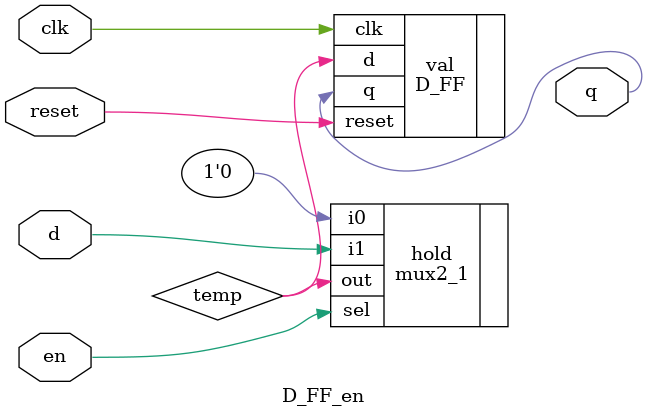
<source format=sv>
module D_FF_en (q, d, clk, reset, en);
	input logic d, clk, reset, en;
	output logic q;
	
	logic temp;
	mux2_1 hold (.out(temp), .i0(1'b0), .i1(d), .sel(en));
	D_FF val (.q(q), .d(temp), .reset(reset), .clk(clk));
	
endmodule 
</source>
